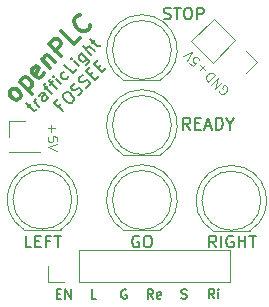
<source format=gbr>
G04 #@! TF.GenerationSoftware,KiCad,Pcbnew,5.0.1*
G04 #@! TF.CreationDate,2019-03-20T11:26:10+05:30*
G04 #@! TF.ProjectId,traffic,747261666669632E6B696361645F7063,rev?*
G04 #@! TF.SameCoordinates,Original*
G04 #@! TF.FileFunction,Legend,Top*
G04 #@! TF.FilePolarity,Positive*
%FSLAX46Y46*%
G04 Gerber Fmt 4.6, Leading zero omitted, Abs format (unit mm)*
G04 Created by KiCad (PCBNEW 5.0.1) date Wed 20 Mar 2019 11:26:10 AM IST*
%MOMM*%
%LPD*%
G01*
G04 APERTURE LIST*
%ADD10C,0.100000*%
%ADD11C,0.200000*%
%ADD12C,0.300000*%
%ADD13C,0.150000*%
%ADD14C,0.120000*%
G04 APERTURE END LIST*
D10*
X139642857Y-93713428D02*
X139642857Y-94322952D01*
X139338095Y-94018190D02*
X139947619Y-94018190D01*
X140138095Y-95084857D02*
X140138095Y-94703904D01*
X139757142Y-94665809D01*
X139795238Y-94703904D01*
X139833333Y-94780095D01*
X139833333Y-94970571D01*
X139795238Y-95046761D01*
X139757142Y-95084857D01*
X139680952Y-95122952D01*
X139490476Y-95122952D01*
X139414285Y-95084857D01*
X139376190Y-95046761D01*
X139338095Y-94970571D01*
X139338095Y-94780095D01*
X139376190Y-94703904D01*
X139414285Y-94665809D01*
X140138095Y-95351523D02*
X139338095Y-95618190D01*
X140138095Y-95884857D01*
X153818155Y-90883841D02*
X153845093Y-90964653D01*
X153925905Y-91045465D01*
X154033654Y-91099340D01*
X154141404Y-91099340D01*
X154222216Y-91072402D01*
X154356903Y-90991590D01*
X154437715Y-90910778D01*
X154518528Y-90776091D01*
X154545465Y-90695279D01*
X154545465Y-90587529D01*
X154491590Y-90479780D01*
X154437715Y-90425905D01*
X154329966Y-90372030D01*
X154276091Y-90372030D01*
X154087529Y-90560592D01*
X154195279Y-90668341D01*
X154087529Y-90075719D02*
X153521844Y-90641404D01*
X153764280Y-89752470D01*
X153198595Y-90318155D01*
X153494906Y-89483096D02*
X152929221Y-90048781D01*
X152794534Y-89914094D01*
X152740659Y-89806345D01*
X152740659Y-89698595D01*
X152767597Y-89617783D01*
X152848409Y-89483096D01*
X152929221Y-89402284D01*
X153063908Y-89321471D01*
X153144720Y-89294534D01*
X153252470Y-89294534D01*
X153360219Y-89348409D01*
X153494906Y-89483096D01*
X152659715Y-89078903D02*
X152228717Y-88647905D01*
X152659715Y-88647905D02*
X152228717Y-89078903D01*
X151339783Y-88459343D02*
X151609157Y-88728717D01*
X151905468Y-88486280D01*
X151851593Y-88486280D01*
X151770781Y-88459343D01*
X151636094Y-88324656D01*
X151609157Y-88243844D01*
X151609157Y-88189969D01*
X151636094Y-88109157D01*
X151770781Y-87974470D01*
X151851593Y-87947532D01*
X151905468Y-87947532D01*
X151986280Y-87974470D01*
X152120967Y-88109157D01*
X152147905Y-88189969D01*
X152147905Y-88243844D01*
X151151221Y-88270781D02*
X151528345Y-87516534D01*
X150774097Y-87893658D01*
D11*
X137652173Y-92192699D02*
X137921547Y-91923325D01*
X137517486Y-91855981D02*
X138123577Y-92462073D01*
X138224592Y-92495744D01*
X138325608Y-92462073D01*
X138392951Y-92394729D01*
X138628653Y-92159027D02*
X138157249Y-91687622D01*
X138291936Y-91822309D02*
X138258264Y-91721294D01*
X138258264Y-91653951D01*
X138291936Y-91552935D01*
X138359279Y-91485592D01*
X139369432Y-91418248D02*
X138999043Y-91047859D01*
X138898027Y-91014187D01*
X138797012Y-91047859D01*
X138662325Y-91182546D01*
X138628653Y-91283561D01*
X139335760Y-91384577D02*
X139302088Y-91485592D01*
X139133730Y-91653951D01*
X139032714Y-91687622D01*
X138931699Y-91653951D01*
X138864356Y-91586607D01*
X138830684Y-91485592D01*
X138864356Y-91384577D01*
X139032714Y-91216218D01*
X139066386Y-91115203D01*
X139133730Y-90711142D02*
X139403104Y-90441768D01*
X139706149Y-91081531D02*
X139100058Y-90475439D01*
X139066386Y-90374424D01*
X139100058Y-90273409D01*
X139167401Y-90206065D01*
X139537791Y-90307081D02*
X139807165Y-90037707D01*
X140110210Y-90677470D02*
X139504119Y-90071378D01*
X139470447Y-89970363D01*
X139504119Y-89869348D01*
X139571462Y-89802004D01*
X140514271Y-90273409D02*
X140042867Y-89802004D01*
X139807165Y-89566302D02*
X139807165Y-89633646D01*
X139874508Y-89633646D01*
X139874508Y-89566302D01*
X139807165Y-89566302D01*
X139874508Y-89633646D01*
X141120363Y-89599974D02*
X141086691Y-89700989D01*
X140952004Y-89835676D01*
X140850989Y-89869348D01*
X140783646Y-89869348D01*
X140682630Y-89835676D01*
X140480600Y-89633646D01*
X140446928Y-89532630D01*
X140446928Y-89465287D01*
X140480600Y-89364271D01*
X140615287Y-89229584D01*
X140716302Y-89195913D01*
X141793798Y-88993882D02*
X141457081Y-89330600D01*
X140749974Y-88623493D01*
X142029500Y-88758180D02*
X141558096Y-88286775D01*
X141322394Y-88051073D02*
X141322394Y-88118417D01*
X141389737Y-88118417D01*
X141389737Y-88051073D01*
X141322394Y-88051073D01*
X141389737Y-88118417D01*
X142197859Y-87647012D02*
X142770279Y-88219432D01*
X142803951Y-88320447D01*
X142803951Y-88387791D01*
X142770279Y-88488806D01*
X142669264Y-88589821D01*
X142568248Y-88623493D01*
X142635592Y-88084745D02*
X142601920Y-88185760D01*
X142467233Y-88320447D01*
X142366218Y-88354119D01*
X142298874Y-88354119D01*
X142197859Y-88320447D01*
X141995829Y-88118417D01*
X141962157Y-88017401D01*
X141962157Y-87950058D01*
X141995829Y-87849043D01*
X142130516Y-87714356D01*
X142231531Y-87680684D01*
X143005981Y-87781699D02*
X142298874Y-87074592D01*
X143309027Y-87478653D02*
X142938638Y-87108264D01*
X142837622Y-87074592D01*
X142736607Y-87108264D01*
X142635592Y-87209279D01*
X142601920Y-87310295D01*
X142601920Y-87377638D01*
X143073325Y-86771547D02*
X143342699Y-86502173D01*
X142938638Y-86434829D02*
X143544729Y-87040921D01*
X143645744Y-87074592D01*
X143746760Y-87040921D01*
X143814103Y-86973577D01*
X140487335Y-91963731D02*
X140251632Y-92199433D01*
X140622022Y-92569823D02*
X139914915Y-91862716D01*
X140251632Y-91525998D01*
X140655693Y-91121937D02*
X140790380Y-90987250D01*
X140891396Y-90953579D01*
X141026083Y-90953579D01*
X141194441Y-91054594D01*
X141430144Y-91290296D01*
X141531159Y-91458655D01*
X141531159Y-91593342D01*
X141497487Y-91694357D01*
X141362800Y-91829044D01*
X141261785Y-91862716D01*
X141127098Y-91862716D01*
X140958739Y-91761701D01*
X140723037Y-91525998D01*
X140622022Y-91357640D01*
X140622022Y-91222953D01*
X140655693Y-91121937D01*
X141901548Y-91222953D02*
X142036235Y-91155609D01*
X142204594Y-90987250D01*
X142238266Y-90886235D01*
X142238266Y-90818892D01*
X142204594Y-90717876D01*
X142137250Y-90650533D01*
X142036235Y-90616861D01*
X141968892Y-90616861D01*
X141867876Y-90650533D01*
X141699518Y-90751548D01*
X141598502Y-90785220D01*
X141531159Y-90785220D01*
X141430144Y-90751548D01*
X141362800Y-90684205D01*
X141329128Y-90583189D01*
X141329128Y-90515846D01*
X141362800Y-90414831D01*
X141531159Y-90246472D01*
X141665846Y-90179128D01*
X142574983Y-90549518D02*
X142709670Y-90482174D01*
X142878029Y-90313815D01*
X142911701Y-90212800D01*
X142911701Y-90145457D01*
X142878029Y-90044441D01*
X142810685Y-89977098D01*
X142709670Y-89943426D01*
X142642327Y-89943426D01*
X142541311Y-89977098D01*
X142372953Y-90078113D01*
X142271937Y-90111785D01*
X142204594Y-90111785D01*
X142103579Y-90078113D01*
X142036235Y-90010770D01*
X142002563Y-89909754D01*
X142002563Y-89842411D01*
X142036235Y-89741396D01*
X142204594Y-89573037D01*
X142339281Y-89505693D01*
X142945372Y-89505693D02*
X143181075Y-89269991D01*
X143652479Y-89539365D02*
X143315762Y-89876083D01*
X142608655Y-89168976D01*
X142945372Y-88832258D01*
X143585136Y-88865930D02*
X143820838Y-88630228D01*
X144292242Y-88899602D02*
X143955525Y-89236319D01*
X143248418Y-88529213D01*
X143585136Y-88192495D01*
D12*
X136873311Y-91558211D02*
X136721788Y-91608719D01*
X136620773Y-91608719D01*
X136469250Y-91558211D01*
X136166204Y-91255165D01*
X136115697Y-91103642D01*
X136115697Y-91002627D01*
X136166204Y-90851104D01*
X136317727Y-90699581D01*
X136469250Y-90649074D01*
X136570265Y-90649074D01*
X136721788Y-90699581D01*
X137024834Y-91002627D01*
X137075341Y-91154150D01*
X137075341Y-91255165D01*
X137024834Y-91406688D01*
X136873311Y-91558211D01*
X136974326Y-90042982D02*
X138034986Y-91103642D01*
X137024834Y-90093490D02*
X137075341Y-89941967D01*
X137277372Y-89739936D01*
X137428895Y-89689429D01*
X137529910Y-89689429D01*
X137681433Y-89739936D01*
X137984479Y-90042982D01*
X138034986Y-90194505D01*
X138034986Y-90295520D01*
X137984479Y-90447043D01*
X137782448Y-90649074D01*
X137630925Y-90699581D01*
X138994631Y-89335875D02*
X138944124Y-89487398D01*
X138742093Y-89689429D01*
X138590570Y-89739936D01*
X138439047Y-89689429D01*
X138034986Y-89285368D01*
X137984479Y-89133845D01*
X138034986Y-88982322D01*
X138237017Y-88780291D01*
X138388540Y-88729784D01*
X138540063Y-88780291D01*
X138641078Y-88881307D01*
X138237017Y-89487398D01*
X138843108Y-88174200D02*
X139550215Y-88881307D01*
X138944124Y-88275215D02*
X138944124Y-88174200D01*
X138994631Y-88022677D01*
X139146154Y-87871154D01*
X139297677Y-87820647D01*
X139449200Y-87871154D01*
X140004784Y-88426738D01*
X140509860Y-87921662D02*
X139449200Y-86861002D01*
X139853261Y-86456941D01*
X140004784Y-86406433D01*
X140105799Y-86406433D01*
X140257322Y-86456941D01*
X140408845Y-86608463D01*
X140459352Y-86759986D01*
X140459352Y-86861002D01*
X140408845Y-87012525D01*
X140004784Y-87416586D01*
X142075597Y-86355925D02*
X141570520Y-86861002D01*
X140509860Y-85800341D01*
X142934226Y-85295265D02*
X142934226Y-85396280D01*
X142833211Y-85598311D01*
X142732196Y-85699326D01*
X142530165Y-85800341D01*
X142328135Y-85800341D01*
X142176612Y-85749834D01*
X141924074Y-85598311D01*
X141772551Y-85446788D01*
X141621028Y-85194250D01*
X141570520Y-85042727D01*
X141570520Y-84840697D01*
X141671536Y-84638666D01*
X141772551Y-84537651D01*
X141974581Y-84436636D01*
X142075597Y-84436636D01*
D13*
X148279761Y-108436904D02*
X148013095Y-108055952D01*
X147822619Y-108436904D02*
X147822619Y-107636904D01*
X148127380Y-107636904D01*
X148203571Y-107675000D01*
X148241666Y-107713095D01*
X148279761Y-107789285D01*
X148279761Y-107903571D01*
X148241666Y-107979761D01*
X148203571Y-108017857D01*
X148127380Y-108055952D01*
X147822619Y-108055952D01*
X148927380Y-108398809D02*
X148851190Y-108436904D01*
X148698809Y-108436904D01*
X148622619Y-108398809D01*
X148584523Y-108322619D01*
X148584523Y-108017857D01*
X148622619Y-107941666D01*
X148698809Y-107903571D01*
X148851190Y-107903571D01*
X148927380Y-107941666D01*
X148965476Y-108017857D01*
X148965476Y-108094047D01*
X148584523Y-108170238D01*
X150646428Y-108398809D02*
X150760714Y-108436904D01*
X150951190Y-108436904D01*
X151027380Y-108398809D01*
X151065476Y-108360714D01*
X151103571Y-108284523D01*
X151103571Y-108208333D01*
X151065476Y-108132142D01*
X151027380Y-108094047D01*
X150951190Y-108055952D01*
X150798809Y-108017857D01*
X150722619Y-107979761D01*
X150684523Y-107941666D01*
X150646428Y-107865476D01*
X150646428Y-107789285D01*
X150684523Y-107713095D01*
X150722619Y-107675000D01*
X150798809Y-107636904D01*
X150989285Y-107636904D01*
X151103571Y-107675000D01*
X153457142Y-108411904D02*
X153190476Y-108030952D01*
X153000000Y-108411904D02*
X153000000Y-107611904D01*
X153304761Y-107611904D01*
X153380952Y-107650000D01*
X153419047Y-107688095D01*
X153457142Y-107764285D01*
X153457142Y-107878571D01*
X153419047Y-107954761D01*
X153380952Y-107992857D01*
X153304761Y-108030952D01*
X153000000Y-108030952D01*
X153800000Y-108411904D02*
X153800000Y-107878571D01*
X153800000Y-107611904D02*
X153761904Y-107650000D01*
X153800000Y-107688095D01*
X153838095Y-107650000D01*
X153800000Y-107611904D01*
X153800000Y-107688095D01*
X145984523Y-107675000D02*
X145908333Y-107636904D01*
X145794047Y-107636904D01*
X145679761Y-107675000D01*
X145603571Y-107751190D01*
X145565476Y-107827380D01*
X145527380Y-107979761D01*
X145527380Y-108094047D01*
X145565476Y-108246428D01*
X145603571Y-108322619D01*
X145679761Y-108398809D01*
X145794047Y-108436904D01*
X145870238Y-108436904D01*
X145984523Y-108398809D01*
X146022619Y-108360714D01*
X146022619Y-108094047D01*
X145870238Y-108094047D01*
X143447619Y-108436904D02*
X143066666Y-108436904D01*
X143066666Y-107636904D01*
X140109523Y-108017857D02*
X140376190Y-108017857D01*
X140490476Y-108436904D02*
X140109523Y-108436904D01*
X140109523Y-107636904D01*
X140490476Y-107636904D01*
X140833333Y-108436904D02*
X140833333Y-107636904D01*
X141290476Y-108436904D01*
X141290476Y-107636904D01*
D14*
G04 #@! TO.C,J3*
X136070000Y-93370000D02*
X137400000Y-93370000D01*
X136070000Y-94700000D02*
X136070000Y-93370000D01*
X138730000Y-95970000D02*
X136070000Y-95970000D01*
X138730000Y-96030000D02*
X138730000Y-95970000D01*
X136070000Y-96030000D02*
X138730000Y-96030000D01*
X136070000Y-95970000D02*
X136070000Y-96030000D01*
G04 #@! TO.C,J2*
X157074904Y-88392000D02*
X156134452Y-89332452D01*
X156134452Y-87451548D02*
X157074904Y-88392000D01*
X153355522Y-88434426D02*
X155236426Y-86553522D01*
X151517045Y-86595949D02*
X153355522Y-88434426D01*
X153397949Y-84715045D02*
X151517045Y-86595949D01*
X155236426Y-86553522D02*
X153397949Y-84715045D01*
G04 #@! TO.C,D5*
X145775000Y-89936000D02*
X148865000Y-89936000D01*
X149820000Y-87376000D02*
G75*
G03X149820000Y-87376000I-2500000J0D01*
G01*
X147319538Y-84386000D02*
G75*
G02X148864830Y-89936000I462J-2990000D01*
G01*
X147320462Y-84386000D02*
G75*
G03X145775170Y-89936000I-462J-2990000D01*
G01*
G04 #@! TO.C,D4*
X147320462Y-90736000D02*
G75*
G03X145775170Y-96286000I-462J-2990000D01*
G01*
X147319538Y-90736000D02*
G75*
G02X148864830Y-96286000I462J-2990000D01*
G01*
X149820000Y-93726000D02*
G75*
G03X149820000Y-93726000I-2500000J0D01*
G01*
X145775000Y-96286000D02*
X148865000Y-96286000D01*
G04 #@! TO.C,D3*
X153355000Y-102690000D02*
X156445000Y-102690000D01*
X157400000Y-100130000D02*
G75*
G03X157400000Y-100130000I-2500000J0D01*
G01*
X154899538Y-97140000D02*
G75*
G02X156444830Y-102690000I462J-2990000D01*
G01*
X154900462Y-97140000D02*
G75*
G03X153355170Y-102690000I-462J-2990000D01*
G01*
G04 #@! TO.C,D2*
X147320462Y-97086000D02*
G75*
G03X145775170Y-102636000I-462J-2990000D01*
G01*
X147319538Y-97086000D02*
G75*
G02X148864830Y-102636000I462J-2990000D01*
G01*
X149820000Y-100076000D02*
G75*
G03X149820000Y-100076000I-2500000J0D01*
G01*
X145775000Y-102636000D02*
X148865000Y-102636000D01*
G04 #@! TO.C,D1*
X137355000Y-102590000D02*
X140445000Y-102590000D01*
X141400000Y-100030000D02*
G75*
G03X141400000Y-100030000I-2500000J0D01*
G01*
X138899538Y-97040000D02*
G75*
G02X140444830Y-102590000I462J-2990000D01*
G01*
X138900462Y-97040000D02*
G75*
G03X137355170Y-102590000I-462J-2990000D01*
G01*
G04 #@! TO.C,J1*
X139386000Y-106994000D02*
X139386000Y-105664000D01*
X140716000Y-106994000D02*
X139386000Y-106994000D01*
X141986000Y-104334000D02*
X141986000Y-106994000D01*
X154746000Y-104334000D02*
X141986000Y-104334000D01*
X154746000Y-106994000D02*
X154746000Y-104334000D01*
X141986000Y-106994000D02*
X154746000Y-106994000D01*
G04 #@! TO.C,D5*
D13*
X149185523Y-84732761D02*
X149328380Y-84780380D01*
X149566476Y-84780380D01*
X149661714Y-84732761D01*
X149709333Y-84685142D01*
X149756952Y-84589904D01*
X149756952Y-84494666D01*
X149709333Y-84399428D01*
X149661714Y-84351809D01*
X149566476Y-84304190D01*
X149376000Y-84256571D01*
X149280761Y-84208952D01*
X149233142Y-84161333D01*
X149185523Y-84066095D01*
X149185523Y-83970857D01*
X149233142Y-83875619D01*
X149280761Y-83828000D01*
X149376000Y-83780380D01*
X149614095Y-83780380D01*
X149756952Y-83828000D01*
X150042666Y-83780380D02*
X150614095Y-83780380D01*
X150328380Y-84780380D02*
X150328380Y-83780380D01*
X151137904Y-83780380D02*
X151328380Y-83780380D01*
X151423619Y-83828000D01*
X151518857Y-83923238D01*
X151566476Y-84113714D01*
X151566476Y-84447047D01*
X151518857Y-84637523D01*
X151423619Y-84732761D01*
X151328380Y-84780380D01*
X151137904Y-84780380D01*
X151042666Y-84732761D01*
X150947428Y-84637523D01*
X150899809Y-84447047D01*
X150899809Y-84113714D01*
X150947428Y-83923238D01*
X151042666Y-83828000D01*
X151137904Y-83780380D01*
X151995047Y-84780380D02*
X151995047Y-83780380D01*
X152376000Y-83780380D01*
X152471238Y-83828000D01*
X152518857Y-83875619D01*
X152566476Y-83970857D01*
X152566476Y-84113714D01*
X152518857Y-84208952D01*
X152471238Y-84256571D01*
X152376000Y-84304190D01*
X151995047Y-84304190D01*
G04 #@! TO.C,D4*
X151408000Y-94105880D02*
X151074666Y-93629690D01*
X150836571Y-94105880D02*
X150836571Y-93105880D01*
X151217523Y-93105880D01*
X151312761Y-93153500D01*
X151360380Y-93201119D01*
X151408000Y-93296357D01*
X151408000Y-93439214D01*
X151360380Y-93534452D01*
X151312761Y-93582071D01*
X151217523Y-93629690D01*
X150836571Y-93629690D01*
X151836571Y-93582071D02*
X152169904Y-93582071D01*
X152312761Y-94105880D02*
X151836571Y-94105880D01*
X151836571Y-93105880D01*
X152312761Y-93105880D01*
X152693714Y-93820166D02*
X153169904Y-93820166D01*
X152598476Y-94105880D02*
X152931809Y-93105880D01*
X153265142Y-94105880D01*
X153598476Y-94105880D02*
X153598476Y-93105880D01*
X153836571Y-93105880D01*
X153979428Y-93153500D01*
X154074666Y-93248738D01*
X154122285Y-93343976D01*
X154169904Y-93534452D01*
X154169904Y-93677309D01*
X154122285Y-93867785D01*
X154074666Y-93963023D01*
X153979428Y-94058261D01*
X153836571Y-94105880D01*
X153598476Y-94105880D01*
X154788952Y-93629690D02*
X154788952Y-94105880D01*
X154455619Y-93105880D02*
X154788952Y-93629690D01*
X155122285Y-93105880D01*
G04 #@! TO.C,D3*
X153606666Y-104084380D02*
X153273333Y-103608190D01*
X153035238Y-104084380D02*
X153035238Y-103084380D01*
X153416190Y-103084380D01*
X153511428Y-103132000D01*
X153559047Y-103179619D01*
X153606666Y-103274857D01*
X153606666Y-103417714D01*
X153559047Y-103512952D01*
X153511428Y-103560571D01*
X153416190Y-103608190D01*
X153035238Y-103608190D01*
X154035238Y-104084380D02*
X154035238Y-103084380D01*
X155035238Y-103132000D02*
X154940000Y-103084380D01*
X154797142Y-103084380D01*
X154654285Y-103132000D01*
X154559047Y-103227238D01*
X154511428Y-103322476D01*
X154463809Y-103512952D01*
X154463809Y-103655809D01*
X154511428Y-103846285D01*
X154559047Y-103941523D01*
X154654285Y-104036761D01*
X154797142Y-104084380D01*
X154892380Y-104084380D01*
X155035238Y-104036761D01*
X155082857Y-103989142D01*
X155082857Y-103655809D01*
X154892380Y-103655809D01*
X155511428Y-104084380D02*
X155511428Y-103084380D01*
X155511428Y-103560571D02*
X156082857Y-103560571D01*
X156082857Y-104084380D02*
X156082857Y-103084380D01*
X156416190Y-103084380D02*
X156987619Y-103084380D01*
X156701904Y-104084380D02*
X156701904Y-103084380D01*
G04 #@! TO.C,D2*
X147058095Y-103132000D02*
X146962857Y-103084380D01*
X146820000Y-103084380D01*
X146677142Y-103132000D01*
X146581904Y-103227238D01*
X146534285Y-103322476D01*
X146486666Y-103512952D01*
X146486666Y-103655809D01*
X146534285Y-103846285D01*
X146581904Y-103941523D01*
X146677142Y-104036761D01*
X146820000Y-104084380D01*
X146915238Y-104084380D01*
X147058095Y-104036761D01*
X147105714Y-103989142D01*
X147105714Y-103655809D01*
X146915238Y-103655809D01*
X147724761Y-103084380D02*
X147915238Y-103084380D01*
X148010476Y-103132000D01*
X148105714Y-103227238D01*
X148153333Y-103417714D01*
X148153333Y-103751047D01*
X148105714Y-103941523D01*
X148010476Y-104036761D01*
X147915238Y-104084380D01*
X147724761Y-104084380D01*
X147629523Y-104036761D01*
X147534285Y-103941523D01*
X147486666Y-103751047D01*
X147486666Y-103417714D01*
X147534285Y-103227238D01*
X147629523Y-103132000D01*
X147724761Y-103084380D01*
G04 #@! TO.C,D1*
X137947619Y-104084380D02*
X137471428Y-104084380D01*
X137471428Y-103084380D01*
X138280952Y-103560571D02*
X138614285Y-103560571D01*
X138757142Y-104084380D02*
X138280952Y-104084380D01*
X138280952Y-103084380D01*
X138757142Y-103084380D01*
X139519047Y-103560571D02*
X139185714Y-103560571D01*
X139185714Y-104084380D02*
X139185714Y-103084380D01*
X139661904Y-103084380D01*
X139900000Y-103084380D02*
X140471428Y-103084380D01*
X140185714Y-104084380D02*
X140185714Y-103084380D01*
G04 #@! TD*
M02*

</source>
